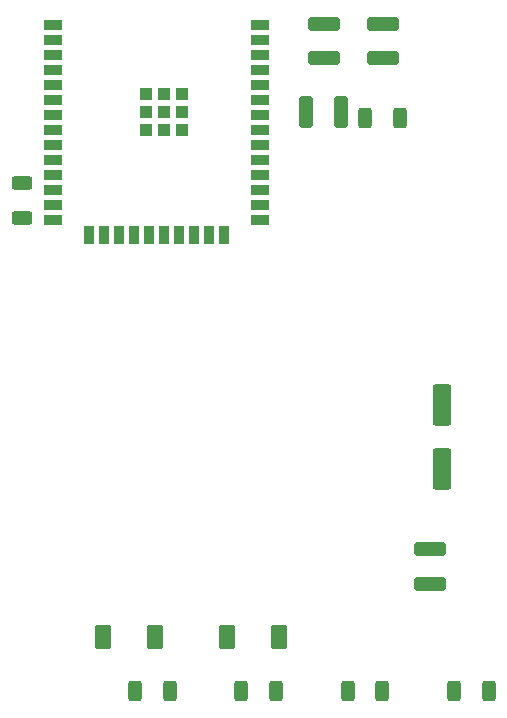
<source format=gbr>
%TF.GenerationSoftware,KiCad,Pcbnew,9.0.0*%
%TF.CreationDate,2025-04-01T19:23:24-03:00*%
%TF.ProjectId,ALFAGAME-v1,414c4641-4741-44d4-952d-76312e6b6963,rev?*%
%TF.SameCoordinates,Original*%
%TF.FileFunction,Paste,Bot*%
%TF.FilePolarity,Positive*%
%FSLAX46Y46*%
G04 Gerber Fmt 4.6, Leading zero omitted, Abs format (unit mm)*
G04 Created by KiCad (PCBNEW 9.0.0) date 2025-04-01 19:23:24*
%MOMM*%
%LPD*%
G01*
G04 APERTURE LIST*
G04 Aperture macros list*
%AMRoundRect*
0 Rectangle with rounded corners*
0 $1 Rounding radius*
0 $2 $3 $4 $5 $6 $7 $8 $9 X,Y pos of 4 corners*
0 Add a 4 corners polygon primitive as box body*
4,1,4,$2,$3,$4,$5,$6,$7,$8,$9,$2,$3,0*
0 Add four circle primitives for the rounded corners*
1,1,$1+$1,$2,$3*
1,1,$1+$1,$4,$5*
1,1,$1+$1,$6,$7*
1,1,$1+$1,$8,$9*
0 Add four rect primitives between the rounded corners*
20,1,$1+$1,$2,$3,$4,$5,0*
20,1,$1+$1,$4,$5,$6,$7,0*
20,1,$1+$1,$6,$7,$8,$9,0*
20,1,$1+$1,$8,$9,$2,$3,0*%
G04 Aperture macros list end*
%ADD10RoundRect,0.250000X0.312500X0.625000X-0.312500X0.625000X-0.312500X-0.625000X0.312500X-0.625000X0*%
%ADD11RoundRect,0.250000X-0.625000X0.312500X-0.625000X-0.312500X0.625000X-0.312500X0.625000X0.312500X0*%
%ADD12RoundRect,0.250000X-1.100000X0.325000X-1.100000X-0.325000X1.100000X-0.325000X1.100000X0.325000X0*%
%ADD13RoundRect,0.250000X0.450000X0.800000X-0.450000X0.800000X-0.450000X-0.800000X0.450000X-0.800000X0*%
%ADD14RoundRect,0.250000X0.325000X1.100000X-0.325000X1.100000X-0.325000X-1.100000X0.325000X-1.100000X0*%
%ADD15RoundRect,0.250000X1.100000X-0.325000X1.100000X0.325000X-1.100000X0.325000X-1.100000X-0.325000X0*%
%ADD16RoundRect,0.250000X-0.550000X1.500000X-0.550000X-1.500000X0.550000X-1.500000X0.550000X1.500000X0*%
%ADD17R,1.500000X0.900000*%
%ADD18R,0.900000X1.500000*%
%ADD19R,1.050000X1.050000*%
G04 APERTURE END LIST*
D10*
%TO.C,R4*%
X195962500Y-89000000D03*
X193037500Y-89000000D03*
%TD*%
%TO.C,R6*%
X213962500Y-89000000D03*
X211037500Y-89000000D03*
%TD*%
D11*
%TO.C,R1*%
X174500000Y-46037500D03*
X174500000Y-48962500D03*
%TD*%
D12*
%TO.C,C3*%
X200000000Y-32525000D03*
X200000000Y-35475000D03*
%TD*%
D13*
%TO.C,D2*%
X185700000Y-84500000D03*
X181300000Y-84500000D03*
%TD*%
D10*
%TO.C,R3*%
X186962500Y-89000000D03*
X184037500Y-89000000D03*
%TD*%
D13*
%TO.C,D3*%
X196200000Y-84500000D03*
X191800000Y-84500000D03*
%TD*%
D12*
%TO.C,C2*%
X205000000Y-32525000D03*
X205000000Y-35475000D03*
%TD*%
D14*
%TO.C,C1*%
X201475000Y-40000000D03*
X198525000Y-40000000D03*
%TD*%
D15*
%TO.C,C5*%
X209000000Y-79975000D03*
X209000000Y-77025000D03*
%TD*%
D16*
%TO.C,C6*%
X210000000Y-64800000D03*
X210000000Y-70200000D03*
%TD*%
D10*
%TO.C,R5*%
X204962500Y-89000000D03*
X202037500Y-89000000D03*
%TD*%
D17*
%TO.C,U2*%
X194595000Y-32685000D03*
X194595000Y-33955000D03*
X194595000Y-35225000D03*
X194595000Y-36495000D03*
X194595000Y-37765000D03*
X194595000Y-39035000D03*
X194595000Y-40305000D03*
X194595000Y-41575000D03*
X194595000Y-42845000D03*
X194595000Y-44115000D03*
X194595000Y-45385000D03*
X194595000Y-46655000D03*
X194595000Y-47925000D03*
X194595000Y-49195000D03*
D18*
X191555000Y-50445000D03*
X190285000Y-50445000D03*
X189015000Y-50445000D03*
X187745000Y-50445000D03*
X186475000Y-50445000D03*
X185205000Y-50445000D03*
X183935000Y-50445000D03*
X182665000Y-50445000D03*
X181395000Y-50445000D03*
X180125000Y-50445000D03*
D17*
X177095000Y-49195000D03*
X177095000Y-47925000D03*
X177095000Y-46655000D03*
X177095000Y-45385000D03*
X177095000Y-44115000D03*
X177095000Y-42845000D03*
X177095000Y-41575000D03*
X177095000Y-40305000D03*
X177095000Y-39035000D03*
X177095000Y-37765000D03*
X177095000Y-36495000D03*
X177095000Y-35225000D03*
X177095000Y-33955000D03*
X177095000Y-32685000D03*
D19*
X188050000Y-41550000D03*
X188050000Y-40025000D03*
X188050000Y-38500000D03*
X186525000Y-41550000D03*
X186525000Y-40025000D03*
X186525000Y-38500000D03*
X185000000Y-41550000D03*
X185000000Y-40025000D03*
X185000000Y-38500000D03*
%TD*%
D10*
%TO.C,R2*%
X206462500Y-40500000D03*
X203537500Y-40500000D03*
%TD*%
M02*

</source>
